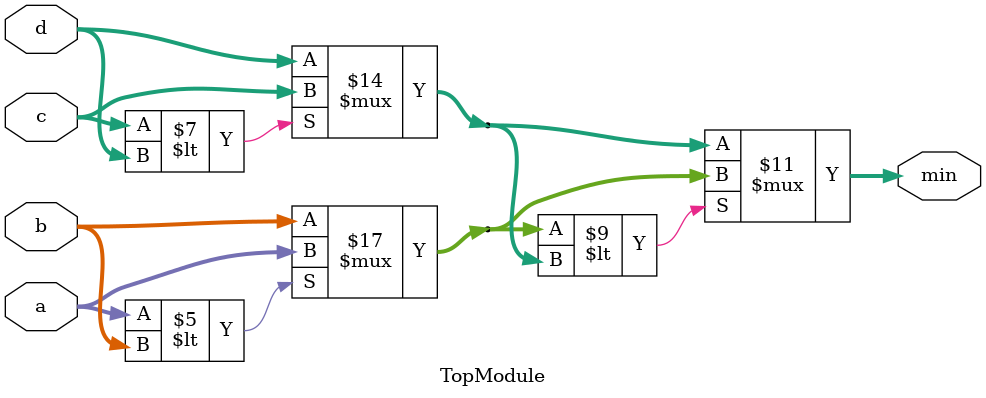
<source format=sv>


`timescale 1ns/1ps

module TopModule (
    input  wire [7:0] a,
    input  wire [7:0] b,
    input  wire [7:0] c,
    input  wire [7:0] d,
    output reg  [7:0] min          // min is declared as a reg because we assign it
);

    // ---------------------------------------------
    //  Combinational logic – no clock involved
    // ---------------------------------------------
    always @* begin
        // First, find the min of a & b
        reg [7:0] min_ab;
        if (a < b)
            min_ab = a;
        else
            min_ab = b;

        // Then, find the min of c & d
        reg [7:0] min_cd;
        if (c < d)
            min_cd = c;
        else
            min_cd = d;

        // Finally, compare the two intermediate mins
        if (min_ab < min_cd)
            min = min_ab;
        else
            min = min_cd;
    end

endmodule

// VERILOG-EVAL: errant inclusion of module definition

</source>
